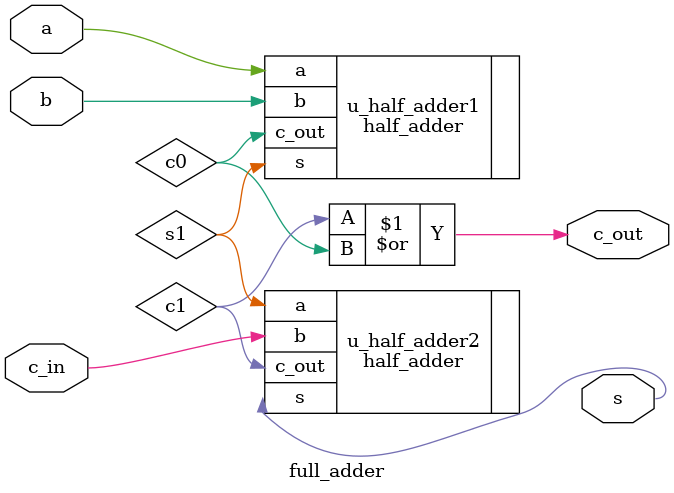
<source format=v>
module full_adder(   
    input a,
    input b,
    input c_in,
    output s,
    output c_out
);

//assign s = (a^b)^c_in;
//assign c_out = c_in & (a ^ b) | (a & b);

wire s1;
wire c0;
wire c1;

half_adder u_half_adder1(
    .a(a),
    .b(b),
    .s(s1),
    .c_out(c0)
);

half_adder u_half_adder2(
    .a(s1),
    .b(c_in),
    .s(s),
    .c_out(c1)
);

assign c_out = c1 | c0;

endmodule
</source>
